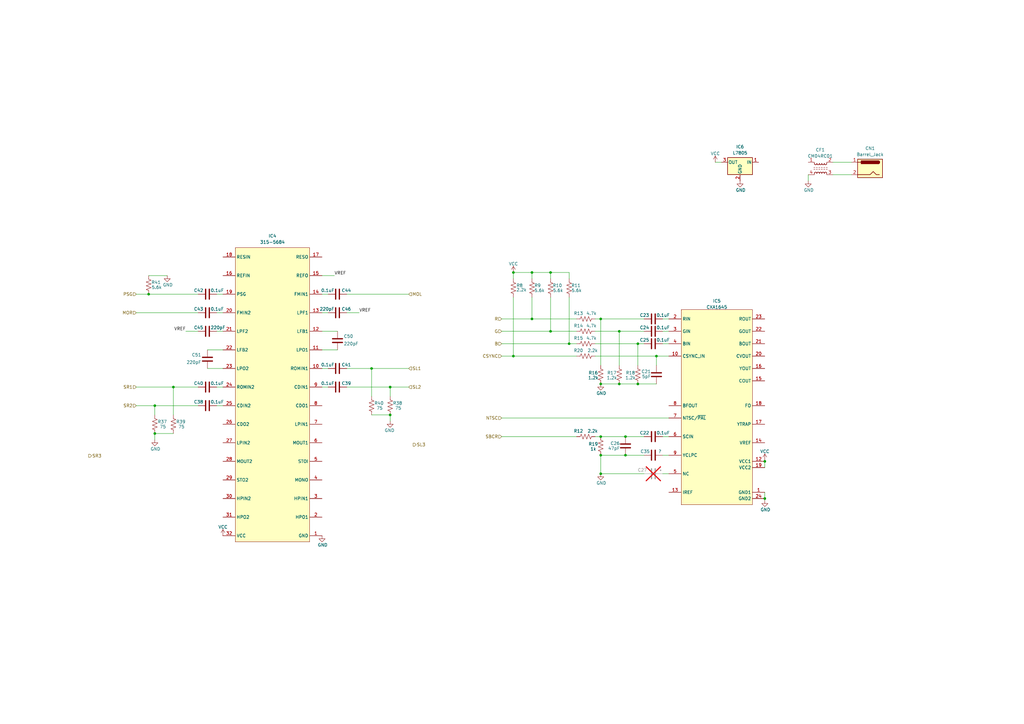
<source format=kicad_sch>
(kicad_sch (version 20250114) (generator "eeschema") (generator_version "9.0")
  (paper "A3")
  (lib_symbols
    (symbol "Connector:Barrel_Jack" (pin_names (offset 1.016))
      (property "Reference" "J" (at 0 5.334 0))
      (property "Value" "Barrel_Jack" (at 0 -5.08 0))
      (symbol "Barrel_Jack_0_1"
        (rectangle (start -5.08 3.81) (end 5.08 -3.81) (stroke (width 0.254)) (fill (type background)))
        (polyline (pts (xy -3.81 -2.54) (xy -2.54 -2.54) (xy -1.27 -1.27) (xy 0 -2.54) (xy 2.54 -2.54) (xy 5.08 -2.54)) (stroke (width 0.254)))
        (arc (start -3.302 1.905) (mid -3.9343 2.54) (end -3.302 3.175) (stroke (width 0.254)))
        (arc (start -3.302 1.905) (mid -3.9343 2.54) (end -3.302 3.175) (stroke (width 0.254)) (fill (type outline)))
        (rectangle (start 3.683 3.175) (end -3.302 1.905) (stroke (width 0.254)) (fill (type outline)))
        (polyline (pts (xy 5.08 2.54) (xy 3.81 2.54)) (stroke (width 0.254)))
      )
      (symbol "Barrel_Jack_1_1"
        (pin passive line (at 7.62 2.54 180) (length 2.54) (name "~") (number "1"))
        (pin passive line (at 7.62 -2.54 180) (length 2.54) (name "~") (number "2"))
      )
    )
    (symbol "Device:C" (pin_numbers (hide yes)) (pin_names (offset 0.254))
      (property "Reference" "C" (at 0.635 2.54 0))
      (property "Value" "C" (at 0.635 -2.54 0))
      (symbol "C_0_1"
        (polyline (pts (xy -2.032 0.762) (xy 2.032 0.762)) (stroke (width 0.508)))
        (polyline (pts (xy -2.032 -0.762) (xy 2.032 -0.762)) (stroke (width 0.508)))
      )
      (symbol "C_1_1"
        (pin passive line (at 0 3.81 270) (length 2.794) (name "~") (number "1"))
        (pin passive line (at 0 -3.81 90) (length 2.794) (name "~") (number "2"))
      )
    )
    (symbol "Device:R_US" (pin_numbers (hide yes)) (pin_names (offset 0))
      (property "Reference" "R" (at 2.54 0 90))
      (property "Value" "R_US" (at -2.54 0 90))
      (symbol "R_US_0_1"
        (polyline (pts (xy 0 2.286) (xy 0 2.54)))
        (polyline (pts (xy 0 2.286) (xy 1.016 1.905) (xy 0 1.524) (xy -1.016 1.143) (xy 0 0.762)))
        (polyline (pts (xy 0 0.762) (xy 1.016 0.381) (xy 0 0) (xy -1.016 -0.381) (xy 0 -0.762)))
        (polyline (pts (xy 0 -0.762) (xy 1.016 -1.143) (xy 0 -1.524) (xy -1.016 -1.905) (xy 0 -2.286)))
        (polyline (pts (xy 0 -2.286) (xy 0 -2.54)))
      )
      (symbol "R_US_1_1"
        (pin passive line (at 0 3.81 270) (length 1.27) (name "~") (number "1"))
        (pin passive line (at 0 -3.81 90) (length 1.27) (name "~") (number "2"))
      )
    )
    (symbol "Filter:0603USB-142" (pin_names (offset 0.254) (hide yes))
      (property "Reference" "CF1" (at -0.127 7.62 0))
      (property "Value" "CM04RC01" (at -0.127 5.08 0))
      (symbol "0603USB-142_0_1"
        (polyline (pts (xy -2.794 0.381) (xy -2.286 0.381)))
        (polyline (pts (xy -2.794 -0.381) (xy -2.286 -0.381)))
        (polyline (pts (xy -2.54 2.032) (xy -2.54 2.54)))
        (polyline (pts (xy -2.54 -2.032) (xy -2.54 -2.54)))
        (arc (start -1.524 2.032) (mid -2.032 1.5262) (end -2.54 2.032) (stroke (width 0.254)))
        (arc (start -2.54 -2.032) (mid -2.032 -1.5262) (end -1.524 -2.032) (stroke (width 0.254)))
        (polyline (pts (xy -1.778 0.381) (xy -1.27 0.381)))
        (polyline (pts (xy -1.778 -0.381) (xy -1.27 -0.381)))
        (arc (start -0.508 2.032) (mid -1.016 1.5262) (end -1.524 2.032) (stroke (width 0.254)))
        (arc (start -1.524 -2.032) (mid -1.016 -1.5262) (end -0.508 -2.032) (stroke (width 0.254)))
        (polyline (pts (xy -0.762 0.381) (xy -0.254 0.381)))
        (polyline (pts (xy -0.762 -0.381) (xy -0.254 -0.381)))
        (arc (start 0.508 2.032) (mid 0 1.5262) (end -0.508 2.032) (stroke (width 0.254)))
        (arc (start -0.508 -2.032) (mid 0 -1.5262) (end 0.508 -2.032) (stroke (width 0.254)))
        (polyline (pts (xy 0.254 0.381) (xy 0.762 0.381)))
        (polyline (pts (xy 0.254 -0.381) (xy 0.762 -0.381)))
        (arc (start 1.524 2.032) (mid 1.016 1.5262) (end 0.508 2.032) (stroke (width 0.254)))
        (arc (start 0.508 -2.032) (mid 1.016 -1.5262) (end 1.524 -2.032) (stroke (width 0.254)))
        (polyline (pts (xy 1.27 0.381) (xy 1.778 0.381)))
        (polyline (pts (xy 1.27 -0.381) (xy 1.778 -0.381)))
        (arc (start 2.54 2.032) (mid 2.032 1.5262) (end 1.524 2.032) (stroke (width 0.254)))
        (arc (start 1.524 -2.032) (mid 2.032 -1.5262) (end 2.54 -2.032) (stroke (width 0.254)))
        (polyline (pts (xy 2.286 0.381) (xy 2.794 0.381)))
        (polyline (pts (xy 2.286 -0.381) (xy 2.794 -0.381)))
        (polyline (pts (xy 2.54 2.54) (xy 2.54 2.032)))
        (polyline (pts (xy 2.54 -2.032) (xy 2.54 -2.54)))
      )
      (symbol "0603USB-142_1_1"
        (pin passive line (at -5.08 2.54 0) (length 2.54) (name "1") (number "1"))
        (pin passive line (at -5.08 -2.54 0) (length 2.54) (name "4") (number "4"))
        (pin passive line (at 5.08 2.54 180) (length 2.54) (name "2") (number "2"))
        (pin passive line (at 5.08 -2.54 180) (length 2.54) (name "3") (number "3"))
      )
    )
    (symbol "Regulator_Linear:L7805" (pin_names (offset 0.254))
      (property "Reference" "U" (at -3.81 3.175 0))
      (property "Value" "L7805" (at 0 3.175 0))
      (symbol "L7805_0_1"
        (rectangle (start -5.08 1.905) (end 5.08 -5.08) (stroke (width 0.254)) (fill (type background)))
      )
      (symbol "L7805_1_1"
        (pin power_in line (at -7.62 0 0) (length 2.54) (name "IN") (number "1"))
        (pin power_in line (at 0 -7.62 90) (length 2.54) (name "GND") (number "2"))
        (pin power_out line (at 7.62 0 180) (length 2.54) (name "OUT") (number "3"))
      )
    )
    (symbol "SegaSaturn:CXA1645"
      (property "Reference" "IC5" (at 0.635 3.556 0))
      (property "Value" "CXA1645" (at 0.635 1.016 0))
      (symbol "CXA1645_1_1"
        (rectangle (start -13.97 0) (end 15.24 -80.01) (fill (type background)))
        (pin input line (at -19.05 -3.81 0) (length 5.08) (name "RIN") (number "2"))
        (pin input line (at -19.05 -8.89 0) (length 5.08) (name "GIN") (number "3"))
        (pin input line (at -19.05 -13.97 0) (length 5.08) (name "BIN") (number "4"))
        (pin input line (at -19.05 -19.05 0) (length 5.08) (name "CSYNC_IN") (number "10"))
        (pin output line (at -19.05 -39.37 0) (length 5.08) (name "BFOUT") (number "8"))
        (pin input line (at -19.05 -44.45 0) (length 5.08) (name "NTSC/~{PAL}") (number "7"))
        (pin input line (at -19.05 -52.07 0) (length 5.08) (name "SCIN") (number "6"))
        (pin output line (at -19.05 -59.69 0) (length 5.08) (name "YCLPC") (number "9"))
        (pin input line (at -19.05 -67.31 0) (length 5.08) (name "NC") (number "5"))
        (pin output line (at -19.05 -74.93 0) (length 5.08) (name "IREF") (number "13"))
        (pin output line (at 20.32 -3.81 180) (length 5.08) (name "ROUT") (number "23"))
        (pin output line (at 20.32 -8.89 180) (length 5.08) (name "GOUT") (number "22"))
        (pin output line (at 20.32 -13.97 180) (length 5.08) (name "BOUT") (number "21"))
        (pin output line (at 20.32 -19.05 180) (length 5.08) (name "CVOUT") (number "20"))
        (pin output line (at 20.32 -24.13 180) (length 5.08) (name "YOUT") (number "16"))
        (pin output line (at 20.32 -29.21 180) (length 5.08) (name "COUT") (number "15"))
        (pin output line (at 20.32 -39.37 180) (length 5.08) (name "FO") (number "18"))
        (pin output line (at 20.32 -46.99 180) (length 5.08) (name "YTRAP") (number "17"))
        (pin output line (at 20.32 -54.61 180) (length 5.08) (name "VREF") (number "14"))
        (pin power_in line (at 20.32 -62.23 180) (length 5.08) (name "VCC1") (number "12"))
        (pin power_in line (at 20.32 -64.77 180) (length 5.08) (name "VCC2") (number "19"))
        (pin power_in line (at 20.32 -74.93 180) (length 5.08) (name "GND1") (number "1"))
        (pin power_in line (at 20.32 -77.47 180) (length 5.08) (name "GND2") (number "24"))
      )
    )
    (symbol "VA4_MD2:315-5684"
      (property "Reference" "IC4" (at 0.254 4.318 0))
      (property "Value" "315-5684" (at 0.254 1.778 0))
      (symbol "315-5684_1_1"
        (rectangle (start -15.24 0) (end 15.24 -120.65) (fill (type background)))
        (pin passive line (at -20.32 -3.81 0) (length 5.08) (name "RESIN") (number "18"))
        (pin passive line (at -20.32 -11.43 0) (length 5.08) (name "REFIN") (number "16"))
        (pin passive line (at -20.32 -19.05 0) (length 5.08) (name "PSG") (number "19"))
        (pin passive line (at -20.32 -26.67 0) (length 5.08) (name "FMIN2") (number "20"))
        (pin passive line (at -20.32 -34.29 0) (length 5.08) (name "LPF2") (number "21"))
        (pin passive line (at -20.32 -41.91 0) (length 5.08) (name "LFB2") (number "22"))
        (pin passive line (at -20.32 -49.53 0) (length 5.08) (name "LPO2") (number "23"))
        (pin passive line (at -20.32 -57.15 0) (length 5.08) (name "ROMIN2") (number "24"))
        (pin passive line (at -20.32 -64.77 0) (length 5.08) (name "CDIN2") (number "25"))
        (pin passive line (at -20.32 -72.39 0) (length 5.08) (name "CDO2") (number "26"))
        (pin passive line (at -20.32 -80.01 0) (length 5.08) (name "LPIN2") (number "27"))
        (pin passive line (at -20.32 -87.63 0) (length 5.08) (name "MOUT2") (number "28"))
        (pin passive line (at -20.32 -95.25 0) (length 5.08) (name "STO2") (number "29"))
        (pin passive line (at -20.32 -102.87 0) (length 5.08) (name "HPIN2") (number "30"))
        (pin passive line (at -20.32 -110.49 0) (length 5.08) (name "HPO2") (number "31"))
        (pin passive line (at -20.32 -118.11 0) (length 5.08) (name "VCC") (number "32"))
        (pin passive line (at 20.32 -3.81 180) (length 5.08) (name "RESO") (number "17"))
        (pin passive line (at 20.32 -11.43 180) (length 5.08) (name "REFO") (number "15"))
        (pin passive line (at 20.32 -19.05 180) (length 5.08) (name "FMIN1") (number "14"))
        (pin passive line (at 20.32 -26.67 180) (length 5.08) (name "LPF1") (number "13"))
        (pin passive line (at 20.32 -34.29 180) (length 5.08) (name "LFB1") (number "12"))
        (pin passive line (at 20.32 -41.91 180) (length 5.08) (name "LPO1") (number "11"))
        (pin passive line (at 20.32 -49.53 180) (length 5.08) (name "ROMIN1") (number "10"))
        (pin passive line (at 20.32 -57.15 180) (length 5.08) (name "CDIN1") (number "9"))
        (pin passive line (at 20.32 -64.77 180) (length 5.08) (name "CDO1") (number "8"))
        (pin passive line (at 20.32 -72.39 180) (length 5.08) (name "LPIN1") (number "7"))
        (pin passive line (at 20.32 -80.01 180) (length 5.08) (name "MOUT1") (number "6"))
        (pin passive line (at 20.32 -87.63 180) (length 5.08) (name "STOI") (number "5"))
        (pin passive line (at 20.32 -95.25 180) (length 5.08) (name "MONO") (number "4"))
        (pin passive line (at 20.32 -102.87 180) (length 5.08) (name "HPIN1") (number "3"))
        (pin passive line (at 20.32 -110.49 180) (length 5.08) (name "HPO1") (number "2"))
        (pin passive line (at 20.32 -118.11 180) (length 5.08) (name "GND") (number "1"))
      )
    )
    (symbol "power:GND" (power) (pin_names (offset 0))
      (property "Value" "GND" (at 0 -3.81 0))
      (symbol "GND_0_1"
        (polyline (pts (xy 0 0) (xy 0 -1.27) (xy 1.27 -1.27) (xy 0 -2.54) (xy -1.27 -1.27) (xy 0 -1.27)))
      )
      (symbol "GND_1_1"
        (pin power_in line (at 0 0 270) (length 0) (hide yes) (name "GND") (number "1"))
      )
    )
    (symbol "power:VCC" (power) (pin_numbers (hide yes)) (pin_names (offset 0) (hide yes))
      (property "Value" "VCC" (at 0 3.556 0))
      (symbol "VCC_0_1"
        (polyline (pts (xy -0.762 1.27) (xy 0 2.54)))
        (polyline (pts (xy 0 2.54) (xy 0.762 1.27)))
        (polyline (pts (xy 0 0) (xy 0 2.54)))
      )
      (symbol "VCC_1_1"
        (pin power_in line (at 0 0 90) (length 0) (name "~") (number "1"))
      )
    )
  )
  (junction (at 256.54 186.69))
  (junction (at 246.38 186.69))
  (junction (at 254 135.89))
  (junction (at 63.5 166.37))
  (junction (at 152.4 151.13))
  (junction (at 160.02 158.75))
  (junction (at 313.69 189.23))
  (junction (at 225.806 111.76))
  (junction (at 246.38 157.48))
  (junction (at 71.12 158.75))
  (junction (at 218.186 130.81))
  (junction (at 246.38 179.07))
  (junction (at 210.566 111.76))
  (junction (at 233.426 140.97))
  (junction (at 218.186 111.76))
  (junction (at 160.02 170.18))
  (junction (at 246.38 130.81))
  (junction (at 261.62 157.48))
  (junction (at 254 157.48))
  (junction (at 63.5 177.8))
  (junction (at 60.96 120.65))
  (junction (at 261.62 140.97))
  (junction (at 269.24 146.05))
  (junction (at 313.69 204.47))
  (junction (at 210.566 146.05))
  (junction (at 256.54 179.07))
  (junction (at 246.38 194.31))
  (junction (at 225.806 135.89))
  (wire (pts (xy 225.806 111.76) (xy 225.806 114.3)))
  (wire (pts (xy 205.74 171.45) (xy 274.32 171.45)))
  (wire (pts (xy 261.62 140.97) (xy 264.16 140.97)))
  (wire (pts (xy 244.094 179.07) (xy 246.38 179.07)))
  (wire (pts (xy 244.094 140.97) (xy 261.62 140.97)))
  (wire (pts (xy 313.69 201.93) (xy 313.69 204.47)))
  (wire (pts (xy 341.63 66.548) (xy 349.25 66.548)))
  (wire (pts (xy 210.566 146.05) (xy 236.474 146.05)))
  (wire (pts (xy 225.806 111.76) (xy 233.426 111.76)))
  (wire (pts (xy 218.186 111.76) (xy 225.806 111.76)))
  (wire (pts (xy 269.24 146.05) (xy 269.24 149.86)))
  (wire (pts (xy 60.96 113.03) (xy 68.58 113.03)))
  (wire (pts (xy 233.426 121.92) (xy 233.426 140.97)))
  (wire (pts (xy 271.78 186.69) (xy 274.32 186.69)))
  (wire (pts (xy 85.09 151.13) (xy 91.44 151.13)))
  (wire (pts (xy 167.64 151.13) (xy 152.4 151.13)))
  (wire (pts (xy 134.62 158.75) (xy 132.08 158.75)))
  (wire (pts (xy 246.38 130.81) (xy 264.16 130.81)))
  (wire (pts (xy 254 157.48) (xy 261.62 157.48)))
  (wire (pts (xy 218.186 111.76) (xy 218.186 114.3)))
  (wire (pts (xy 134.62 128.27) (xy 132.08 128.27)))
  (wire (pts (xy 167.64 158.75) (xy 160.02 158.75)))
  (wire (pts (xy 225.806 135.89) (xy 236.474 135.89)))
  (wire (pts (xy 152.4 170.18) (xy 160.02 170.18)))
  (wire (pts (xy 331.47 74.168) (xy 331.47 71.628)))
  (wire (pts (xy 271.78 135.89) (xy 274.32 135.89)))
  (wire (pts (xy 60.96 120.65) (xy 81.28 120.65)))
  (wire (pts (xy 271.78 179.07) (xy 274.32 179.07)))
  (wire (pts (xy 341.63 71.628) (xy 349.25 71.628)))
  (wire (pts (xy 271.78 130.81) (xy 274.32 130.81)))
  (wire (pts (xy 244.094 130.81) (xy 246.38 130.81)))
  (wire (pts (xy 63.5 166.37) (xy 81.28 166.37)))
  (wire (pts (xy 225.806 121.92) (xy 225.806 135.89)))
  (wire (pts (xy 233.426 114.3) (xy 233.426 111.76)))
  (wire (pts (xy 254 135.89) (xy 254 149.86)))
  (wire (pts (xy 233.426 140.97) (xy 236.474 140.97)))
  (wire (pts (xy 71.12 177.8) (xy 63.5 177.8)))
  (wire (pts (xy 134.62 120.65) (xy 132.08 120.65)))
  (wire (pts (xy 246.38 157.48) (xy 254 157.48)))
  (wire (pts (xy 85.09 143.51) (xy 91.44 143.51)))
  (wire (pts (xy 55.88 158.75) (xy 71.12 158.75)))
  (wire (pts (xy 246.38 186.69) (xy 256.54 186.69)))
  (wire (pts (xy 210.566 111.76) (xy 210.566 114.3)))
  (wire (pts (xy 246.38 194.31) (xy 264.16 194.31)))
  (wire (pts (xy 293.37 66.548) (xy 295.91 66.548)))
  (wire (pts (xy 160.02 158.75) (xy 160.02 162.56)))
  (wire (pts (xy 313.69 189.23) (xy 313.69 191.77)))
  (wire (pts (xy 246.38 179.07) (xy 256.54 179.07)))
  (wire (pts (xy 71.12 158.75) (xy 81.28 158.75)))
  (wire (pts (xy 210.566 111.76) (xy 218.186 111.76)))
  (wire (pts (xy 256.54 179.07) (xy 264.16 179.07)))
  (wire (pts (xy 134.62 151.13) (xy 132.08 151.13)))
  (wire (pts (xy 147.32 128.27) (xy 142.24 128.27)))
  (wire (pts (xy 138.43 135.89) (xy 132.08 135.89)))
  (wire (pts (xy 244.094 146.05) (xy 269.24 146.05)))
  (wire (pts (xy 246.38 130.81) (xy 246.38 149.86)))
  (wire (pts (xy 218.186 121.92) (xy 218.186 130.81)))
  (wire (pts (xy 71.12 158.75) (xy 71.12 170.18)))
  (wire (pts (xy 160.02 170.18) (xy 160.02 172.72)))
  (wire (pts (xy 55.88 128.27) (xy 81.28 128.27)))
  (wire (pts (xy 205.74 140.97) (xy 233.426 140.97)))
  (wire (pts (xy 205.74 135.89) (xy 225.806 135.89)))
  (wire (pts (xy 76.2 135.89) (xy 81.28 135.89)))
  (wire (pts (xy 88.9 128.27) (xy 91.44 128.27)))
  (wire (pts (xy 205.74 130.81) (xy 218.186 130.81)))
  (wire (pts (xy 269.24 146.05) (xy 274.32 146.05)))
  (wire (pts (xy 218.186 130.81) (xy 236.474 130.81)))
  (wire (pts (xy 313.69 204.47) (xy 313.69 205.232)))
  (wire (pts (xy 254 135.89) (xy 264.16 135.89)))
  (wire (pts (xy 138.43 143.51) (xy 132.08 143.51)))
  (wire (pts (xy 88.9 166.37) (xy 91.44 166.37)))
  (wire (pts (xy 246.38 194.31) (xy 246.38 186.69)))
  (wire (pts (xy 167.64 120.65) (xy 142.24 120.65)))
  (wire (pts (xy 205.74 146.05) (xy 210.566 146.05)))
  (wire (pts (xy 313.69 188.722) (xy 313.69 189.23)))
  (wire (pts (xy 205.74 179.07) (xy 236.474 179.07)))
  (wire (pts (xy 261.62 140.97) (xy 261.62 149.86)))
  (wire (pts (xy 88.9 135.89) (xy 91.44 135.89)))
  (wire (pts (xy 63.5 166.37) (xy 63.5 170.18)))
  (wire (pts (xy 55.88 166.37) (xy 63.5 166.37)))
  (wire (pts (xy 152.4 151.13) (xy 142.24 151.13)))
  (wire (pts (xy 137.16 113.03) (xy 132.08 113.03)))
  (wire (pts (xy 244.094 135.89) (xy 254 135.89)))
  (wire (pts (xy 160.02 158.75) (xy 142.24 158.75)))
  (wire (pts (xy 261.62 157.48) (xy 269.24 157.48)))
  (wire (pts (xy 271.78 140.97) (xy 274.32 140.97)))
  (wire (pts (xy 88.9 120.65) (xy 91.44 120.65)))
  (wire (pts (xy 88.9 158.75) (xy 91.44 158.75)))
  (wire (pts (xy 55.88 120.65) (xy 60.96 120.65)))
  (wire (pts (xy 210.566 121.92) (xy 210.566 146.05)))
  (wire (pts (xy 152.4 151.13) (xy 152.4 162.56)))
  (wire (pts (xy 63.5 177.8) (xy 63.5 180.34)))
  (wire (pts (xy 271.78 194.31) (xy 274.32 194.31)))
  (wire (pts (xy 256.54 186.69) (xy 264.16 186.69)))
  (label "VREF" (at 147.32 128.27 0))
  (label "VREF" (at 137.16 113.03 0))
  (label "VREF" (at 76.2 135.89 180))
  (hierarchical_label "SR2" (shape input) (at 55.88 166.37 180))
  (hierarchical_label "CSYNC" (shape input) (at 205.74 146.05 180))
  (hierarchical_label "SL2" (shape input) (at 167.64 158.75 0))
  (hierarchical_label "B" (shape input) (at 205.74 140.97 180))
  (hierarchical_label "SL1" (shape input) (at 167.64 151.13 0))
  (hierarchical_label "SR3" (shape output) (at 36.322 186.944 0))
  (hierarchical_label "SL3" (shape output) (at 169.418 182.372 0))
  (hierarchical_label "MOR" (shape input) (at 55.88 128.27 180))
  (hierarchical_label "PSG" (shape input) (at 55.88 120.65 180))
  (hierarchical_label "SBCR" (shape input) (at 205.74 179.07 180))
  (hierarchical_label "SR1" (shape input) (at 55.88 158.75 180))
  (hierarchical_label "MOL" (shape input) (at 167.64 120.65 0))
  (hierarchical_label "NTSC" (shape input) (at 205.74 171.45 180))
  (hierarchical_label "R" (shape input) (at 205.74 130.81 180))
  (hierarchical_label "G" (shape input) (at 205.74 135.89 180))
  (symbol (lib_id "Device:C") (at 267.97 135.89 270) (unit 1)
    (property "Reference" "C24" (at 262.382 134.366 90) (effects (justify left)))
    (property "Value" "0.1uF" (at 269.24 134.366 90) (effects (justify left)))
    (property "Footprint" "Capacitor_SMD:C_0805_2012Metric" (effects (hide yes)))
    (property "LCSC Part #" "C520060" (effects (hide yes)))
    (property "MPN" "VJ0805A330FXJPW1BC" (effects (hide yes)))
  )
  (symbol (lib_id "Device:R_US") (at 246.38 153.67 180) (unit 1)
    (property "Reference" "R16" (at 243.332 152.908 0))
    (property "Value" "1.2k" (at 243.332 154.94 0))
    (property "Footprint" "Resistor_SMD:R_0805_2012Metric" (effects (hide yes)))
    (property "Description" "Resistor, US symbol" (effects (hide yes)))
  )
  (symbol (lib_id "power:GND") (at 132.08 219.71 0) (mirror y) (unit 1)
    (property "Reference" "#PWR048" (effects (hide yes)))
    (property "Value" "GND" (at 132.334 223.52 0))
  )
  (symbol (lib_id "SegaSaturn:CXA1645") (at 293.37 127 0) (unit 1)
    (property "Reference" "IC5" (at 294.005 123.444 0))
    (property "Value" "CXA1645" (at 294.005 125.984 0))
    (property "Footprint" "Package_SO:SOIC-24W_7.5x15.4mm_P1.27mm" (effects (hide yes)))
  )
  (symbol (lib_id "power:VCC") (at 210.566 111.76 0) (unit 1)
    (property "Reference" "#PWR045" (effects (hide yes)))
    (property "Value" "VCC" (at 210.566 108.204 0))
    (property "Description" "Power symbol creates a global label with name \"VCC\"" (effects (hide yes)))
  )
  (symbol (lib_id "Device:R_US") (at 210.566 118.11 180) (unit 1)
    (property "Reference" "R8" (at 213.106 117.094 0))
    (property "Value" "2.2k" (at 213.868 118.872 0))
    (property "Footprint" "Resistor_SMD:R_0805_2012Metric" (effects (hide yes)))
    (property "Description" "Resistor, US symbol" (effects (hide yes)))
  )
  (symbol (lib_id "power:GND") (at 331.47 74.168 0) (mirror y) (unit 1)
    (property "Reference" "#PWR040" (effects (hide yes)))
    (property "Value" "GND" (at 331.724 77.978 0))
  )
  (symbol (lib_id "power:GND") (at 68.58 113.03 0) (mirror y) (unit 1)
    (property "Reference" "#PWR051" (effects (hide yes)))
    (property "Value" "GND" (at 68.834 116.84 0))
  )
  (symbol (lib_id "power:GND") (at 63.5 180.34 0) (mirror y) (unit 1)
    (property "Reference" "#PWR052" (effects (hide yes)))
    (property "Value" "GND" (at 63.754 184.15 0))
  )
  (symbol (lib_id "Device:C") (at 138.43 128.27 90) (mirror x) (unit 1)
    (property "Reference" "C46" (at 144.018 126.746 90) (effects (justify left)))
    (property "Value" "220pF" (at 137.16 126.746 90) (effects (justify left)))
    (property "Footprint" "Capacitor_SMD:C_0805_2012Metric" (effects (hide yes)))
    (property "LCSC Part #" "C520060" (effects (hide yes)))
    (property "MPN" "VJ0805A330FXJPW1BC" (effects (hide yes)))
  )
  (symbol (lib_id "Device:C") (at 267.97 130.81 270) (unit 1)
    (property "Reference" "C23" (at 262.382 129.286 90) (effects (justify left)))
    (property "Value" "0.1uF" (at 269.24 129.286 90) (effects (justify left)))
    (property "Footprint" "Capacitor_SMD:C_0805_2012Metric" (effects (hide yes)))
    (property "LCSC Part #" "C520060" (effects (hide yes)))
    (property "MPN" "VJ0805A330FXJPW1BC" (effects (hide yes)))
  )
  (symbol (lib_id "Device:R_US") (at 152.4 166.37 180) (unit 1)
    (property "Reference" "R40" (at 155.448 165.354 0))
    (property "Value" "75" (at 155.702 167.386 0))
    (property "Footprint" "Resistor_SMD:R_0805_2012Metric" (effects (hide yes)))
    (property "Description" "Resistor, US symbol" (effects (hide yes)))
  )
  (symbol (lib_id "Device:R_US") (at 218.186 118.11 180) (unit 1)
    (property "Reference" "R9" (at 220.472 117.094 0))
    (property "Value" "5.6k" (at 221.234 119.126 0))
    (property "Footprint" "Resistor_SMD:R_0805_2012Metric" (effects (hide yes)))
    (property "Description" "Resistor, US symbol" (effects (hide yes)))
  )
  (symbol (lib_id "Device:C") (at 138.43 158.75 90) (mirror x) (unit 1)
    (property "Reference" "C39" (at 144.018 157.226 90) (effects (justify left)))
    (property "Value" "0.1uF" (at 137.16 157.226 90) (effects (justify left)))
    (property "Footprint" "Capacitor_SMD:C_0805_2012Metric" (effects (hide yes)))
    (property "LCSC Part #" "C520060" (effects (hide yes)))
    (property "MPN" "VJ0805A330FXJPW1BC" (effects (hide yes)))
  )
  (symbol (lib_id "Device:R_US") (at 261.62 153.67 180) (unit 1)
    (property "Reference" "R18" (at 258.572 152.908 0))
    (property "Value" "1.2k" (at 258.572 154.94 0))
    (property "Footprint" "Resistor_SMD:R_0805_2012Metric" (effects (hide yes)))
    (property "Description" "Resistor, US symbol" (effects (hide yes)))
  )
  (symbol (lib_id "power:GND") (at 160.02 172.72 0) (unit 1)
    (property "Reference" "#PWR053" (effects (hide yes)))
    (property "Value" "GND" (at 159.766 176.53 0))
  )
  (symbol (lib_id "Device:R_US") (at 240.284 179.07 90) (unit 1)
    (property "Reference" "R12" (at 237.236 176.784 90))
    (property "Value" "2.2k" (at 243.078 176.784 90))
    (property "Footprint" "Resistor_SMD:R_0805_2012Metric" (effects (hide yes)))
    (property "Description" "Resistor, US symbol" (effects (hide yes)))
  )
  (symbol (lib_id "power:GND") (at 303.53 74.168 0) (mirror y) (unit 1)
    (property "Reference" "#PWR039" (effects (hide yes)))
    (property "Value" "GND" (at 303.784 77.978 0))
  )
  (symbol (lib_id "Device:C") (at 267.97 186.69 270) (unit 1)
    (property "Reference" "C35" (at 262.636 185.166 90) (effects (justify left)))
    (property "Value" "?" (at 270.002 185.166 90) (effects (justify left)))
    (property "Footprint" "Capacitor_SMD:C_0805_2012Metric" (effects (hide yes)))
    (property "LCSC Part #" "C520060" (effects (hide yes)))
    (property "MPN" "VJ0805A330FXJPW1BC" (effects (hide yes)))
  )
  (symbol (lib_id "power:VCC") (at 293.37 66.548 0) (unit 1)
    (property "Reference" "#PWR041" (effects (hide yes)))
    (property "Value" "VCC" (at 293.37 62.992 0))
    (property "Description" "Power symbol creates a global label with name \"VCC\"" (effects (hide yes)))
  )
  (symbol (lib_id "power:GND") (at 246.38 194.31 0) (mirror y) (unit 1)
    (property "Reference" "#PWR046" (effects (hide yes)))
    (property "Value" "GND" (at 246.634 198.12 0))
  )
  (symbol (lib_id "power:VCC") (at 313.69 188.722 0) (unit 1)
    (property "Reference" "#PWR049" (effects (hide yes)))
    (property "Value" "VCC" (at 313.69 185.166 0))
    (property "Description" "Power symbol creates a global label with name \"VCC\"" (effects (hide yes)))
  )
  (symbol (lib_id "Device:C") (at 85.09 120.65 270) (unit 1)
    (property "Reference" "C42" (at 79.502 119.126 90) (effects (justify left)))
    (property "Value" "0.1uF" (at 86.36 119.126 90) (effects (justify left)))
    (property "Footprint" "Capacitor_SMD:C_0805_2012Metric" (effects (hide yes)))
    (property "LCSC Part #" "C520060" (effects (hide yes)))
    (property "MPN" "VJ0805A330FXJPW1BC" (effects (hide yes)))
  )
  (symbol (lib_id "Device:C") (at 256.54 182.88 180) (unit 1)
    (property "Reference" "C26" (at 254.254 181.864 0) (effects (justify left)))
    (property "Value" "47pF" (at 254.254 183.896 0) (effects (justify left)))
    (property "Footprint" "Capacitor_SMD:C_0805_2012Metric" (effects (hide yes)))
    (property "LCSC Part #" "C520060" (effects (hide yes)))
    (property "MPN" "VJ0805A330FXJPW1BC" (effects (hide yes)))
  )
  (symbol (lib_id "Device:R_US") (at 246.38 182.88 180) (unit 1)
    (property "Reference" "R19" (at 243.332 182.118 0))
    (property "Value" "1k" (at 243.332 184.15 0))
    (property "Footprint" "Resistor_SMD:R_0805_2012Metric" (effects (hide yes)))
    (property "Description" "Resistor, US symbol" (effects (hide yes)))
  )
  (symbol (lib_id "Filter:0603USB-142") (at 336.55 69.088 0) (unit 1)
    (property "Reference" "CF1" (at 336.423 61.468 0))
    (property "Value" "CM04RC01" (at 336.423 64.008 0))
    (property "Footprint" "MD2_VA4:Choke" (effects (hide yes)))
    (property "Datasheet" "https://www.coilcraft.com/pdfs/0603usb.pdf" (effects (hide yes)))
    (property "Description" "Coilcraft common mode choke, 500mA, 250VAC, 98nH, 174mohm, 1.9Ghz" (effects (hide yes)))
  )
  (symbol (lib_id "VA4_MD2:315-5684") (at 111.76 101.6 0) (unit 1)
    (property "Reference" "IC4" (at 111.76 96.774 0))
    (property "Value" "315-5684" (at 111.76 99.314 0))
    (property "Footprint" "MD2_VA4:5684" (effects (hide yes)))
  )
  (symbol (lib_id "Device:R_US") (at 225.806 118.11 180) (unit 1)
    (property "Reference" "R10" (at 228.6 117.094 0))
    (property "Value" "5.6k" (at 228.854 119.126 0))
    (property "Footprint" "Resistor_SMD:R_0805_2012Metric" (effects (hide yes)))
    (property "Description" "Resistor, US symbol" (effects (hide yes)))
  )
  (symbol (lib_id "Device:R_US") (at 71.12 173.99 180) (unit 1)
    (property "Reference" "R39" (at 74.168 172.974 0))
    (property "Value" "75" (at 74.422 175.006 0))
    (property "Footprint" "Resistor_SMD:R_0805_2012Metric" (effects (hide yes)))
    (property "Description" "Resistor, US symbol" (effects (hide yes)))
  )
  (symbol (lib_id "power:GND") (at 313.69 205.232 0) (mirror y) (unit 1)
    (property "Reference" "#PWR047" (effects (hide yes)))
    (property "Value" "GND" (at 313.944 209.042 0))
  )
  (symbol (lib_id "Device:C") (at 267.97 194.31 90) (unit 1) (in_bom no) (dnp yes)
    (property "Reference" "C27" (at 265.43 192.786 90) (effects (justify left)))
    (property "Value" "*" (at 271.526 193.294 90) (effects (justify left)))
    (property "Footprint" "Capacitor_SMD:C_0805_2012Metric" (effects (hide yes)))
  )
  (symbol (lib_id "Device:C") (at 85.09 147.32 0) (unit 1)
    (property "Reference" "C51" (at 82.55 145.542 0) (effects (justify right)))
    (property "Value" "220pF" (at 82.55 148.59 0) (effects (justify right)))
    (property "Footprint" "Capacitor_SMD:C_0805_2012Metric" (effects (hide yes)))
    (property "LCSC Part #" "C520060" (effects (hide yes)))
    (property "MPN" "VJ0805A330FXJPW1BC" (effects (hide yes)))
  )
  (symbol (lib_id "Device:C") (at 267.97 179.07 270) (unit 1)
    (property "Reference" "C22" (at 262.382 177.546 90) (effects (justify left)))
    (property "Value" "0.1uF" (at 269.24 177.546 90) (effects (justify left)))
    (property "Footprint" "Capacitor_SMD:C_0805_2012Metric" (effects (hide yes)))
    (property "LCSC Part #" "C520060" (effects (hide yes)))
    (property "MPN" "VJ0805A330FXJPW1BC" (effects (hide yes)))
  )
  (symbol (lib_id "Device:C") (at 138.43 151.13 90) (mirror x) (unit 1)
    (property "Reference" "C41" (at 144.018 149.606 90) (effects (justify left)))
    (property "Value" "0.1uF" (at 137.16 149.606 90) (effects (justify left)))
    (property "Footprint" "Capacitor_SMD:C_0805_2012Metric" (effects (hide yes)))
    (property "LCSC Part #" "C520060" (effects (hide yes)))
    (property "MPN" "VJ0805A330FXJPW1BC" (effects (hide yes)))
  )
  (symbol (lib_id "Device:C") (at 85.09 128.27 270) (unit 1)
    (property "Reference" "C43" (at 79.502 126.746 90) (effects (justify left)))
    (property "Value" "0.1uF" (at 86.36 126.746 90) (effects (justify left)))
    (property "Footprint" "Capacitor_SMD:C_0805_2012Metric" (effects (hide yes)))
    (property "LCSC Part #" "C520060" (effects (hide yes)))
    (property "MPN" "VJ0805A330FXJPW1BC" (effects (hide yes)))
  )
  (symbol (lib_id "Device:C") (at 269.24 153.67 180) (unit 1)
    (property "Reference" "C21" (at 266.954 152.4 0) (effects (justify left)))
    (property "Value" "5pF" (at 266.954 154.432 0) (effects (justify left)))
    (property "Footprint" "Capacitor_SMD:C_0805_2012Metric" (effects (hide yes)))
    (property "LCSC Part #" "C520060" (effects (hide yes)))
    (property "MPN" "VJ0805A330FXJPW1BC" (effects (hide yes)))
  )
  (symbol (lib_id "Device:C") (at 85.09 158.75 270) (unit 1)
    (property "Reference" "C40" (at 79.502 157.226 90) (effects (justify left)))
    (property "Value" "0.1uF" (at 86.36 157.226 90) (effects (justify left)))
    (property "Footprint" "Capacitor_SMD:C_0805_2012Metric" (effects (hide yes)))
    (property "LCSC Part #" "C520060" (effects (hide yes)))
    (property "MPN" "VJ0805A330FXJPW1BC" (effects (hide yes)))
  )
  (symbol (lib_id "Device:R_US") (at 240.284 130.81 90) (unit 1)
    (property "Reference" "R13" (at 237.236 128.524 90))
    (property "Value" "4.7k" (at 242.57 128.524 90))
    (property "Footprint" "Resistor_SMD:R_0805_2012Metric" (effects (hide yes)))
    (property "Description" "Resistor, US symbol" (effects (hide yes)))
  )
  (symbol (lib_id "Device:R_US") (at 240.284 140.97 90) (unit 1)
    (property "Reference" "R15" (at 237.236 138.684 90))
    (property "Value" "4.7k" (at 242.57 138.684 90))
    (property "Footprint" "Resistor_SMD:R_0805_2012Metric" (effects (hide yes)))
    (property "Description" "Resistor, US symbol" (effects (hide yes)))
  )
  (symbol (lib_id "Device:C") (at 85.09 135.89 270) (unit 1)
    (property "Reference" "C45" (at 79.502 134.366 90) (effects (justify left)))
    (property "Value" "220pF" (at 86.36 134.366 90) (effects (justify left)))
    (property "Footprint" "Capacitor_SMD:C_0805_2012Metric" (effects (hide yes)))
    (property "LCSC Part #" "C520060" (effects (hide yes)))
    (property "MPN" "VJ0805A330FXJPW1BC" (effects (hide yes)))
  )
  (symbol (lib_id "Device:C") (at 85.09 166.37 270) (unit 1)
    (property "Reference" "C38" (at 79.502 164.846 90) (effects (justify left)))
    (property "Value" "0.1uF" (at 86.36 164.846 90) (effects (justify left)))
    (property "Footprint" "Capacitor_SMD:C_0805_2012Metric" (effects (hide yes)))
    (property "LCSC Part #" "C520060" (effects (hide yes)))
    (property "MPN" "VJ0805A330FXJPW1BC" (effects (hide yes)))
  )
  (symbol (lib_id "Device:R_US") (at 240.284 135.89 90) (unit 1)
    (property "Reference" "R14" (at 237.236 133.604 90))
    (property "Value" "4.7k" (at 242.57 133.604 90))
    (property "Footprint" "Resistor_SMD:R_0805_2012Metric" (effects (hide yes)))
    (property "Description" "Resistor, US symbol" (effects (hide yes)))
  )
  (symbol (lib_id "Device:C") (at 267.97 140.97 270) (unit 1)
    (property "Reference" "C25" (at 262.382 139.446 90) (effects (justify left)))
    (property "Value" "0.1uF" (at 269.24 139.446 90) (effects (justify left)))
    (property "Footprint" "Capacitor_SMD:C_0805_2012Metric" (effects (hide yes)))
    (property "LCSC Part #" "C520060" (effects (hide yes)))
    (property "MPN" "VJ0805A330FXJPW1BC" (effects (hide yes)))
  )
  (symbol (lib_id "Device:R_US") (at 160.02 166.37 180) (unit 1)
    (property "Reference" "R38" (at 163.068 165.354 0))
    (property "Value" "75" (at 163.322 167.386 0))
    (property "Footprint" "Resistor_SMD:R_0805_2012Metric" (effects (hide yes)))
    (property "Description" "Resistor, US symbol" (effects (hide yes)))
  )
  (symbol (lib_id "Device:R_US") (at 254 153.67 180) (unit 1)
    (property "Reference" "R17" (at 250.952 152.908 0))
    (property "Value" "1.2k" (at 250.952 154.94 0))
    (property "Footprint" "Resistor_SMD:R_0805_2012Metric" (effects (hide yes)))
    (property "Description" "Resistor, US symbol" (effects (hide yes)))
  )
  (symbol (lib_id "power:VCC") (at 91.44 219.71 0) (unit 1)
    (property "Reference" "#PWR050" (effects (hide yes)))
    (property "Value" "VCC" (at 91.44 216.154 0))
    (property "Description" "Power symbol creates a global label with name \"VCC\"" (effects (hide yes)))
  )
  (symbol (lib_id "Device:R_US") (at 240.284 146.05 90) (unit 1)
    (property "Reference" "R20" (at 237.236 143.764 90))
    (property "Value" "2.2k" (at 243.078 143.764 90))
    (property "Footprint" "Resistor_SMD:R_0805_2012Metric" (effects (hide yes)))
    (property "Description" "Resistor, US symbol" (effects (hide yes)))
  )
  (symbol (lib_id "Connector:Barrel_Jack") (at 356.87 69.088 0) (mirror y) (unit 1)
    (property "Reference" "CN1" (at 356.87 60.833 0))
    (property "Value" "Barrel_Jack" (at 356.87 63.373 0))
    (property "Footprint" "MD2_VA4:Power_Jack" (effects (hide yes)))
  )
  (symbol (lib_id "Device:R_US") (at 233.426 118.11 180) (unit 1)
    (property "Reference" "R11" (at 236.22 117.094 0))
    (property "Value" "5.6k" (at 236.474 119.126 0))
    (property "Footprint" "Resistor_SMD:R_0805_2012Metric" (effects (hide yes)))
    (property "Description" "Resistor, US symbol" (effects (hide yes)))
  )
  (symbol (lib_id "power:GND") (at 246.38 157.48 0) (mirror y) (unit 1)
    (property "Reference" "#PWR042" (effects (hide yes)))
    (property "Value" "GND" (at 246.634 161.29 0))
  )
  (symbol (lib_id "Regulator_Linear:L7805") (at 303.53 66.548 0) (mirror y) (unit 1)
    (property "Reference" "IC6" (at 303.53 60.198 0))
    (property "Value" "L7805" (at 303.53 62.738 0))
    (property "Footprint" "Package_TO_SOT_THT:TO-220-2_Horizontal_TabDown" (effects (hide yes)))
    (property "Datasheet" "http://www.st.com/content/ccc/resource/technical/document/datasheet/41/4f/b3/b0/12/d4/47/88/CD00000444.pdf/files/CD00000444.pdf/jcr:content/translations/en.CD00000444.pdf" (effects (hide yes)))
    (property "Description" "Positive 1.5A 35V Linear Regulator, Fixed Output 5V, TO-220/TO-263/TO-252" (effects (hide yes)))
  )
  (symbol (lib_id "Device:R_US") (at 60.96 116.84 180) (unit 1)
    (property "Reference" "R41" (at 64.008 115.824 0))
    (property "Value" "5.6k" (at 64.262 117.856 0))
    (property "Footprint" "Resistor_SMD:R_0805_2012Metric" (effects (hide yes)))
    (property "Description" "Resistor, US symbol" (effects (hide yes)))
  )
  (symbol (lib_id "Device:R_US") (at 63.5 173.99 180) (unit 1)
    (property "Reference" "R37" (at 66.548 172.974 0))
    (property "Value" "75" (at 66.802 175.006 0))
    (property "Footprint" "Resistor_SMD:R_0805_2012Metric" (effects (hide yes)))
    (property "Description" "Resistor, US symbol" (effects (hide yes)))
  )
  (symbol (lib_id "Device:C") (at 138.43 120.65 90) (mirror x) (unit 1)
    (property "Reference" "C44" (at 144.018 119.126 90) (effects (justify left)))
    (property "Value" "0.1uF" (at 137.16 119.126 90) (effects (justify left)))
    (property "Footprint" "Capacitor_SMD:C_0805_2012Metric" (effects (hide yes)))
    (property "LCSC Part #" "C520060" (effects (hide yes)))
    (property "MPN" "VJ0805A330FXJPW1BC" (effects (hide yes)))
  )
  (symbol (lib_id "Device:C") (at 138.43 139.7 0) (mirror y) (unit 1)
    (property "Reference" "C50" (at 140.97 137.922 0) (effects (justify right)))
    (property "Value" "220pF" (at 140.97 140.97 0) (effects (justify right)))
    (property "Footprint" "Capacitor_SMD:C_0805_2012Metric" (effects (hide yes)))
    (property "LCSC Part #" "C520060" (effects (hide yes)))
    (property "MPN" "VJ0805A330FXJPW1BC" (effects (hide yes)))
  )
)
</source>
